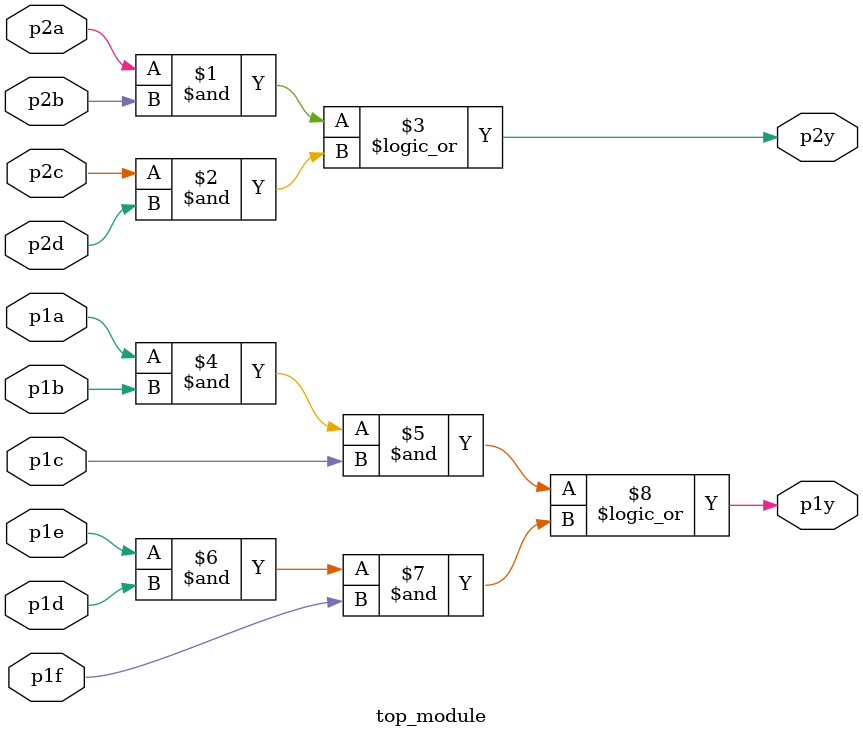
<source format=v>
module top_module ( 
    input p1a, p1b, p1c, p1d, p1e, p1f,
    output p1y,
    input p2a, p2b, p2c, p2d,
    output p2y );

    assign p2y = (p2a&p2b) || (p2c&p2d);
    assign p1y = (p1a & p1b & p1c) || (p1e & p1d & p1f);

endmodule
</source>
